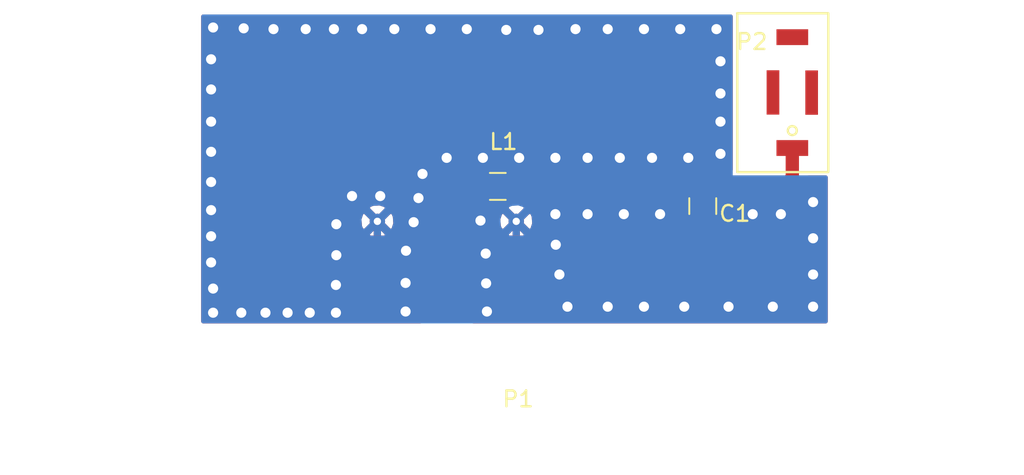
<source format=kicad_pcb>
(kicad_pcb (version 4) (host pcbnew 4.0.5)

  (general
    (links 89)
    (no_connects 0)
    (area 67.498524 99.2384 132.252476 129.595333)
    (thickness 1.6)
    (drawings 4)
    (tracks 8)
    (zones 0)
    (modules 80)
    (nets 5)
  )

  (page A4)
  (layers
    (0 F.Cu signal)
    (31 B.Cu signal)
    (32 B.Adhes user)
    (33 F.Adhes user)
    (34 B.Paste user)
    (35 F.Paste user)
    (36 B.SilkS user)
    (37 F.SilkS user)
    (38 B.Mask user)
    (39 F.Mask user)
    (40 Dwgs.User user)
    (41 Cmts.User user)
    (42 Eco1.User user)
    (43 Eco2.User user)
    (44 Edge.Cuts user)
    (45 Margin user)
    (46 B.CrtYd user)
    (47 F.CrtYd user)
    (48 B.Fab user)
    (49 F.Fab user)
  )

  (setup
    (last_trace_width 0.8382)
    (trace_clearance 0.2)
    (zone_clearance 0.508)
    (zone_45_only no)
    (trace_min 0.1524)
    (segment_width 0.2)
    (edge_width 0.15)
    (via_size 0.6)
    (via_drill 0.4)
    (via_min_size 0.4)
    (via_min_drill 0.3)
    (uvia_size 0.3)
    (uvia_drill 0.1)
    (uvias_allowed no)
    (uvia_min_size 0.2)
    (uvia_min_drill 0.1)
    (pcb_text_width 0.3)
    (pcb_text_size 1.5 1.5)
    (mod_edge_width 0.15)
    (mod_text_size 1 1)
    (mod_text_width 0.15)
    (pad_size 1.5 1.25)
    (pad_drill 0)
    (pad_to_mask_clearance 0.2)
    (aux_axis_origin 80 120)
    (grid_origin 80 120)
    (visible_elements 7FFEFF7F)
    (pcbplotparams
      (layerselection 0x020f0_80000001)
      (usegerberextensions false)
      (excludeedgelayer true)
      (linewidth 0.025400)
      (plotframeref false)
      (viasonmask false)
      (mode 1)
      (useauxorigin true)
      (hpglpennumber 1)
      (hpglpenspeed 20)
      (hpglpendiameter 15)
      (hpglpenoverlay 2)
      (psnegative false)
      (psa4output false)
      (plotreference true)
      (plotvalue true)
      (plotinvisibletext false)
      (padsonsilk false)
      (subtractmaskfromsilk false)
      (outputformat 1)
      (mirror false)
      (drillshape 0)
      (scaleselection 1)
      (outputdirectory "C:/Users/clchrist/Documents/Chip Antenna rev2/Chip Antenna/Gerber/"))
  )

  (net 0 "")
  (net 1 GND)
  (net 2 "Net-(P2-Pad2)")
  (net 3 "Net-(L1-Pad2)")
  (net 4 "Net-(C1-Pad1)")

  (net_class Default "This is the default net class."
    (clearance 0.2)
    (trace_width 0.8382)
    (via_dia 0.6)
    (via_drill 0.4)
    (uvia_dia 0.3)
    (uvia_drill 0.1)
    (add_net GND)
    (add_net "Net-(C1-Pad1)")
    (add_net "Net-(L1-Pad2)")
    (add_net "Net-(P2-Pad2)")
  )

  (module Misc:Via_Stitch_Dia1.00mm_Drill0.64mm (layer F.Cu) (tedit 5903ABD7) (tstamp 590FB1D5)
    (at 97.8816 113.2944)
    (fp_text reference REF** (at 0 0.889) (layer F.SilkS) hide
      (effects (font (size 1 1) (thickness 0.15)))
    )
    (fp_text value Via_Stitch_Dia1.00mm_Drill0.64mm (at 0 -0.889) (layer F.Fab)
      (effects (font (size 1 1) (thickness 0.15)))
    )
    (pad 1 thru_hole circle (at 0 0) (size 1 1) (drill 0.64) (layers *.Cu)
      (net 1 GND) (zone_connect 2))
  )

  (module Misc:Via_Stitch_Dia1.00mm_Drill0.64mm (layer F.Cu) (tedit 5903ABD7) (tstamp 5903B394)
    (at 80.889 103.109)
    (fp_text reference REF** (at 0 0.889) (layer F.SilkS) hide
      (effects (font (size 1 1) (thickness 0.15)))
    )
    (fp_text value Via_Stitch_Dia1.00mm_Drill0.64mm (at 0 -0.889) (layer F.Fab)
      (effects (font (size 1 1) (thickness 0.15)))
    )
    (pad 1 thru_hole circle (at 0 0) (size 1 1) (drill 0.64) (layers *.Cu)
      (net 1 GND) (zone_connect 2))
  )

  (module Misc:Via_Stitch_Dia1.00mm_Drill0.64mm (layer F.Cu) (tedit 5903ABD7) (tstamp 5903B38F)
    (at 80.889 105.014)
    (fp_text reference REF** (at 0 0.889) (layer F.SilkS) hide
      (effects (font (size 1 1) (thickness 0.15)))
    )
    (fp_text value Via_Stitch_Dia1.00mm_Drill0.64mm (at 0 -0.889) (layer F.Fab)
      (effects (font (size 1 1) (thickness 0.15)))
    )
    (pad 1 thru_hole circle (at 0 0) (size 1 1) (drill 0.64) (layers *.Cu)
      (net 1 GND) (zone_connect 2))
  )

  (module Misc:Via_Stitch_Dia1.00mm_Drill0.64mm (layer F.Cu) (tedit 5903ABD7) (tstamp 5903B38A)
    (at 80.889 107.046)
    (fp_text reference REF** (at 0 0.889) (layer F.SilkS) hide
      (effects (font (size 1 1) (thickness 0.15)))
    )
    (fp_text value Via_Stitch_Dia1.00mm_Drill0.64mm (at 0 -0.889) (layer F.Fab)
      (effects (font (size 1 1) (thickness 0.15)))
    )
    (pad 1 thru_hole circle (at 0 0) (size 1 1) (drill 0.64) (layers *.Cu)
      (net 1 GND) (zone_connect 2))
  )

  (module Misc:Via_Stitch_Dia1.00mm_Drill0.64mm (layer F.Cu) (tedit 5903ABD7) (tstamp 5903B385)
    (at 80.889 108.951)
    (fp_text reference REF** (at 0 0.889) (layer F.SilkS) hide
      (effects (font (size 1 1) (thickness 0.15)))
    )
    (fp_text value Via_Stitch_Dia1.00mm_Drill0.64mm (at 0 -0.889) (layer F.Fab)
      (effects (font (size 1 1) (thickness 0.15)))
    )
    (pad 1 thru_hole circle (at 0 0) (size 1 1) (drill 0.64) (layers *.Cu)
      (net 1 GND) (zone_connect 2))
  )

  (module Misc:Via_Stitch_Dia1.00mm_Drill0.64mm (layer F.Cu) (tedit 5903ABD7) (tstamp 5903B380)
    (at 80.889 110.856)
    (fp_text reference REF** (at 0 0.889) (layer F.SilkS) hide
      (effects (font (size 1 1) (thickness 0.15)))
    )
    (fp_text value Via_Stitch_Dia1.00mm_Drill0.64mm (at 0 -0.889) (layer F.Fab)
      (effects (font (size 1 1) (thickness 0.15)))
    )
    (pad 1 thru_hole circle (at 0 0) (size 1 1) (drill 0.64) (layers *.Cu)
      (net 1 GND) (zone_connect 2))
  )

  (module Misc:Via_Stitch_Dia1.00mm_Drill0.64mm (layer F.Cu) (tedit 5903ABD7) (tstamp 5903B37B)
    (at 80.889 112.634)
    (fp_text reference REF** (at 0 0.889) (layer F.SilkS) hide
      (effects (font (size 1 1) (thickness 0.15)))
    )
    (fp_text value Via_Stitch_Dia1.00mm_Drill0.64mm (at 0 -0.889) (layer F.Fab)
      (effects (font (size 1 1) (thickness 0.15)))
    )
    (pad 1 thru_hole circle (at 0 0) (size 1 1) (drill 0.64) (layers *.Cu)
      (net 1 GND) (zone_connect 2))
  )

  (module Misc:Via_Stitch_Dia1.00mm_Drill0.64mm (layer F.Cu) (tedit 5903ABD7) (tstamp 5903B376)
    (at 80.889 114.285)
    (fp_text reference REF** (at 0 0.889) (layer F.SilkS) hide
      (effects (font (size 1 1) (thickness 0.15)))
    )
    (fp_text value Via_Stitch_Dia1.00mm_Drill0.64mm (at 0 -0.889) (layer F.Fab)
      (effects (font (size 1 1) (thickness 0.15)))
    )
    (pad 1 thru_hole circle (at 0 0) (size 1 1) (drill 0.64) (layers *.Cu)
      (net 1 GND) (zone_connect 2))
  )

  (module Misc:Via_Stitch_Dia1.00mm_Drill0.64mm (layer F.Cu) (tedit 5903ABD7) (tstamp 5903B371)
    (at 80.889 115.936)
    (fp_text reference REF** (at 0 0.889) (layer F.SilkS) hide
      (effects (font (size 1 1) (thickness 0.15)))
    )
    (fp_text value Via_Stitch_Dia1.00mm_Drill0.64mm (at 0 -0.889) (layer F.Fab)
      (effects (font (size 1 1) (thickness 0.15)))
    )
    (pad 1 thru_hole circle (at 0 0) (size 1 1) (drill 0.64) (layers *.Cu)
      (net 1 GND) (zone_connect 2))
  )

  (module Misc:Via_Stitch_Dia1.00mm_Drill0.64mm (layer F.Cu) (tedit 5903ABD7) (tstamp 5903B36C)
    (at 81.016 117.587)
    (fp_text reference REF** (at 0 0.889) (layer F.SilkS) hide
      (effects (font (size 1 1) (thickness 0.15)))
    )
    (fp_text value Via_Stitch_Dia1.00mm_Drill0.64mm (at 0 -0.889) (layer F.Fab)
      (effects (font (size 1 1) (thickness 0.15)))
    )
    (pad 1 thru_hole circle (at 0 0) (size 1 1) (drill 0.64) (layers *.Cu)
      (net 1 GND) (zone_connect 2))
  )

  (module Misc:Via_Stitch_Dia1.00mm_Drill0.64mm (layer F.Cu) (tedit 5903ABD7) (tstamp 5903B367)
    (at 81.016 119.111)
    (fp_text reference REF** (at 0 0.889) (layer F.SilkS) hide
      (effects (font (size 1 1) (thickness 0.15)))
    )
    (fp_text value Via_Stitch_Dia1.00mm_Drill0.64mm (at 0 -0.889) (layer F.Fab)
      (effects (font (size 1 1) (thickness 0.15)))
    )
    (pad 1 thru_hole circle (at 0 0) (size 1 1) (drill 0.64) (layers *.Cu)
      (net 1 GND) (zone_connect 2))
  )

  (module Misc:Via_Stitch_Dia1.00mm_Drill0.64mm (layer F.Cu) (tedit 5903ABD7) (tstamp 5903B362)
    (at 82.794 119.111)
    (fp_text reference REF** (at 0 0.889) (layer F.SilkS) hide
      (effects (font (size 1 1) (thickness 0.15)))
    )
    (fp_text value Via_Stitch_Dia1.00mm_Drill0.64mm (at 0 -0.889) (layer F.Fab)
      (effects (font (size 1 1) (thickness 0.15)))
    )
    (pad 1 thru_hole circle (at 0 0) (size 1 1) (drill 0.64) (layers *.Cu)
      (net 1 GND) (zone_connect 2))
  )

  (module Misc:Via_Stitch_Dia1.00mm_Drill0.64mm (layer F.Cu) (tedit 5903ABD7) (tstamp 5903B35D)
    (at 84.318 119.111)
    (fp_text reference REF** (at 0 0.889) (layer F.SilkS) hide
      (effects (font (size 1 1) (thickness 0.15)))
    )
    (fp_text value Via_Stitch_Dia1.00mm_Drill0.64mm (at 0 -0.889) (layer F.Fab)
      (effects (font (size 1 1) (thickness 0.15)))
    )
    (pad 1 thru_hole circle (at 0 0) (size 1 1) (drill 0.64) (layers *.Cu)
      (net 1 GND) (zone_connect 2))
  )

  (module Misc:Via_Stitch_Dia1.00mm_Drill0.64mm (layer F.Cu) (tedit 5903ABD7) (tstamp 5903B358)
    (at 85.715 119.111)
    (fp_text reference REF** (at 0 0.889) (layer F.SilkS) hide
      (effects (font (size 1 1) (thickness 0.15)))
    )
    (fp_text value Via_Stitch_Dia1.00mm_Drill0.64mm (at 0 -0.889) (layer F.Fab)
      (effects (font (size 1 1) (thickness 0.15)))
    )
    (pad 1 thru_hole circle (at 0 0) (size 1 1) (drill 0.64) (layers *.Cu)
      (net 1 GND) (zone_connect 2))
  )

  (module Misc:Via_Stitch_Dia1.00mm_Drill0.64mm (layer F.Cu) (tedit 5903ABD7) (tstamp 5903B349)
    (at 87.112 119.111)
    (fp_text reference REF** (at 0 0.889) (layer F.SilkS) hide
      (effects (font (size 1 1) (thickness 0.15)))
    )
    (fp_text value Via_Stitch_Dia1.00mm_Drill0.64mm (at 0 -0.889) (layer F.Fab)
      (effects (font (size 1 1) (thickness 0.15)))
    )
    (pad 1 thru_hole circle (at 0 0) (size 1 1) (drill 0.64) (layers *.Cu)
      (net 1 GND) (zone_connect 2))
  )

  (module Misc:Via_Stitch_Dia1.00mm_Drill0.64mm (layer F.Cu) (tedit 5903ABD7) (tstamp 5903B344)
    (at 88.763 119.111)
    (fp_text reference REF** (at 0 0.889) (layer F.SilkS) hide
      (effects (font (size 1 1) (thickness 0.15)))
    )
    (fp_text value Via_Stitch_Dia1.00mm_Drill0.64mm (at 0 -0.889) (layer F.Fab)
      (effects (font (size 1 1) (thickness 0.15)))
    )
    (pad 1 thru_hole circle (at 0 0) (size 1 1) (drill 0.64) (layers *.Cu)
      (net 1 GND) (zone_connect 2))
  )

  (module Misc:Via_Stitch_Dia1.00mm_Drill0.64mm (layer F.Cu) (tedit 5903ABD7) (tstamp 5903B33F)
    (at 88.763 117.3584)
    (fp_text reference REF** (at 0 0.889) (layer F.SilkS) hide
      (effects (font (size 1 1) (thickness 0.15)))
    )
    (fp_text value Via_Stitch_Dia1.00mm_Drill0.64mm (at 0 -0.889) (layer F.Fab)
      (effects (font (size 1 1) (thickness 0.15)))
    )
    (pad 1 thru_hole circle (at 0 0) (size 1 1) (drill 0.64) (layers *.Cu)
      (net 1 GND) (zone_connect 2))
  )

  (module Misc:Via_Stitch_Dia1.00mm_Drill0.64mm (layer F.Cu) (tedit 5903ABD7) (tstamp 5903B33A)
    (at 88.7884 115.4788)
    (fp_text reference REF** (at 0 0.889) (layer F.SilkS) hide
      (effects (font (size 1 1) (thickness 0.15)))
    )
    (fp_text value Via_Stitch_Dia1.00mm_Drill0.64mm (at 0 -0.889) (layer F.Fab)
      (effects (font (size 1 1) (thickness 0.15)))
    )
    (pad 1 thru_hole circle (at 0 0) (size 1 1) (drill 0.64) (layers *.Cu)
      (net 1 GND) (zone_connect 2))
  )

  (module Misc:Via_Stitch_Dia1.00mm_Drill0.64mm (layer F.Cu) (tedit 5903ABD7) (tstamp 5903B335)
    (at 88.7884 113.523)
    (fp_text reference REF** (at 0 0.889) (layer F.SilkS) hide
      (effects (font (size 1 1) (thickness 0.15)))
    )
    (fp_text value Via_Stitch_Dia1.00mm_Drill0.64mm (at 0 -0.889) (layer F.Fab)
      (effects (font (size 1 1) (thickness 0.15)))
    )
    (pad 1 thru_hole circle (at 0 0) (size 1 1) (drill 0.64) (layers *.Cu)
      (net 1 GND) (zone_connect 2))
  )

  (module Misc:Via_Stitch_Dia1.00mm_Drill0.64mm (layer F.Cu) (tedit 5903ABD7) (tstamp 5903B32B)
    (at 89.779 111.745)
    (fp_text reference REF** (at 0 0.889) (layer F.SilkS) hide
      (effects (font (size 1 1) (thickness 0.15)))
    )
    (fp_text value Via_Stitch_Dia1.00mm_Drill0.64mm (at 0 -0.889) (layer F.Fab)
      (effects (font (size 1 1) (thickness 0.15)))
    )
    (pad 1 thru_hole circle (at 0 0) (size 1 1) (drill 0.64) (layers *.Cu)
      (net 1 GND) (zone_connect 2))
  )

  (module Misc:Via_Stitch_Dia1.00mm_Drill0.64mm (layer F.Cu) (tedit 5903ABD7) (tstamp 5903B326)
    (at 98.288 119.0348)
    (fp_text reference REF** (at 0 0.889) (layer F.SilkS) hide
      (effects (font (size 1 1) (thickness 0.15)))
    )
    (fp_text value Via_Stitch_Dia1.00mm_Drill0.64mm (at 0 -0.889) (layer F.Fab)
      (effects (font (size 1 1) (thickness 0.15)))
    )
    (pad 1 thru_hole circle (at 0 0) (size 1 1) (drill 0.64) (layers *.Cu)
      (net 1 GND) (zone_connect 2))
  )

  (module Misc:Via_Stitch_Dia1.00mm_Drill0.64mm (layer F.Cu) (tedit 5903ABD7) (tstamp 5903B321)
    (at 98.2372 117.2568)
    (fp_text reference REF** (at 0 0.889) (layer F.SilkS) hide
      (effects (font (size 1 1) (thickness 0.15)))
    )
    (fp_text value Via_Stitch_Dia1.00mm_Drill0.64mm (at 0 -0.889) (layer F.Fab)
      (effects (font (size 1 1) (thickness 0.15)))
    )
    (pad 1 thru_hole circle (at 0 0) (size 1 1) (drill 0.64) (layers *.Cu)
      (net 1 GND) (zone_connect 2))
  )

  (module Misc:Via_Stitch_Dia1.00mm_Drill0.64mm (layer F.Cu) (tedit 5903ABD7) (tstamp 5903B31B)
    (at 91.557 111.745)
    (fp_text reference REF** (at 0 0.889) (layer F.SilkS) hide
      (effects (font (size 1 1) (thickness 0.15)))
    )
    (fp_text value Via_Stitch_Dia1.00mm_Drill0.64mm (at 0 -0.889) (layer F.Fab)
      (effects (font (size 1 1) (thickness 0.15)))
    )
    (pad 1 thru_hole circle (at 0 0) (size 1 1) (drill 0.64) (layers *.Cu)
      (net 1 GND) (zone_connect 2))
  )

  (module Misc:Via_Stitch_Dia1.00mm_Drill0.64mm (layer F.Cu) (tedit 5903ABD7) (tstamp 5903B316)
    (at 98.2118 115.3772)
    (fp_text reference REF** (at 0 0.889) (layer F.SilkS) hide
      (effects (font (size 1 1) (thickness 0.15)))
    )
    (fp_text value Via_Stitch_Dia1.00mm_Drill0.64mm (at 0 -0.889) (layer F.Fab)
      (effects (font (size 1 1) (thickness 0.15)))
    )
    (pad 1 thru_hole circle (at 0 0) (size 1 1) (drill 0.64) (layers *.Cu)
      (net 1 GND) (zone_connect 2))
  )

  (module Misc:Via_Stitch_Dia1.00mm_Drill0.64mm (layer F.Cu) (tedit 5903ABD7) (tstamp 5903B311)
    (at 93.1572 119.0348)
    (fp_text reference REF** (at 0 0.889) (layer F.SilkS) hide
      (effects (font (size 1 1) (thickness 0.15)))
    )
    (fp_text value Via_Stitch_Dia1.00mm_Drill0.64mm (at 0 -0.889) (layer F.Fab)
      (effects (font (size 1 1) (thickness 0.15)))
    )
    (pad 1 thru_hole circle (at 0 0) (size 1 1) (drill 0.64) (layers *.Cu)
      (net 1 GND) (zone_connect 2))
  )

  (module Misc:Via_Stitch_Dia1.00mm_Drill0.64mm (layer F.Cu) (tedit 5903ABD7) (tstamp 5903B30C)
    (at 93.1572 117.2314)
    (fp_text reference REF** (at 0 0.889) (layer F.SilkS) hide
      (effects (font (size 1 1) (thickness 0.15)))
    )
    (fp_text value Via_Stitch_Dia1.00mm_Drill0.64mm (at 0 -0.889) (layer F.Fab)
      (effects (font (size 1 1) (thickness 0.15)))
    )
    (pad 1 thru_hole circle (at 0 0) (size 1 1) (drill 0.64) (layers *.Cu)
      (net 1 GND) (zone_connect 2))
  )

  (module Misc:Via_Stitch_Dia1.00mm_Drill0.64mm (layer F.Cu) (tedit 5903ABD7) (tstamp 5903B302)
    (at 93.1826 115.1994)
    (fp_text reference REF** (at 0 0.889) (layer F.SilkS) hide
      (effects (font (size 1 1) (thickness 0.15)))
    )
    (fp_text value Via_Stitch_Dia1.00mm_Drill0.64mm (at 0 -0.889) (layer F.Fab)
      (effects (font (size 1 1) (thickness 0.15)))
    )
    (pad 1 thru_hole circle (at 0 0) (size 1 1) (drill 0.64) (layers *.Cu)
      (net 1 GND) (zone_connect 2))
  )

  (module Misc:Via_Stitch_Dia1.00mm_Drill0.64mm (layer F.Cu) (tedit 5903ABD7) (tstamp 5903B2FD)
    (at 93.6652 113.396)
    (fp_text reference REF** (at 0 0.889) (layer F.SilkS) hide
      (effects (font (size 1 1) (thickness 0.15)))
    )
    (fp_text value Via_Stitch_Dia1.00mm_Drill0.64mm (at 0 -0.889) (layer F.Fab)
      (effects (font (size 1 1) (thickness 0.15)))
    )
    (pad 1 thru_hole circle (at 0 0) (size 1 1) (drill 0.64) (layers *.Cu)
      (net 1 GND) (zone_connect 2))
  )

  (module Misc:Via_Stitch_Dia1.00mm_Drill0.64mm (layer F.Cu) (tedit 5903ABD7) (tstamp 5903B2F8)
    (at 93.97 111.872)
    (fp_text reference REF** (at 0 0.889) (layer F.SilkS) hide
      (effects (font (size 1 1) (thickness 0.15)))
    )
    (fp_text value Via_Stitch_Dia1.00mm_Drill0.64mm (at 0 -0.889) (layer F.Fab)
      (effects (font (size 1 1) (thickness 0.15)))
    )
    (pad 1 thru_hole circle (at 0 0) (size 1 1) (drill 0.64) (layers *.Cu)
      (net 1 GND) (zone_connect 2))
  )

  (module Misc:Via_Stitch_Dia1.00mm_Drill0.64mm (layer F.Cu) (tedit 5903ABD7) (tstamp 5903B2F3)
    (at 94.224 110.348)
    (fp_text reference REF** (at 0 0.889) (layer F.SilkS) hide
      (effects (font (size 1 1) (thickness 0.15)))
    )
    (fp_text value Via_Stitch_Dia1.00mm_Drill0.64mm (at 0 -0.889) (layer F.Fab)
      (effects (font (size 1 1) (thickness 0.15)))
    )
    (pad 1 thru_hole circle (at 0 0) (size 1 1) (drill 0.64) (layers *.Cu)
      (net 1 GND) (zone_connect 2))
  )

  (module Misc:Via_Stitch_Dia1.00mm_Drill0.64mm (layer F.Cu) (tedit 5903ABD7) (tstamp 5903B2EE)
    (at 95.748 109.332)
    (fp_text reference REF** (at 0 0.889) (layer F.SilkS) hide
      (effects (font (size 1 1) (thickness 0.15)))
    )
    (fp_text value Via_Stitch_Dia1.00mm_Drill0.64mm (at 0 -0.889) (layer F.Fab)
      (effects (font (size 1 1) (thickness 0.15)))
    )
    (pad 1 thru_hole circle (at 0 0) (size 1 1) (drill 0.64) (layers *.Cu)
      (net 1 GND) (zone_connect 2))
  )

  (module Misc:Via_Stitch_Dia1.00mm_Drill0.64mm (layer F.Cu) (tedit 5903ABD7) (tstamp 5903B2E9)
    (at 98.034 109.332)
    (fp_text reference REF** (at 0 0.889) (layer F.SilkS) hide
      (effects (font (size 1 1) (thickness 0.15)))
    )
    (fp_text value Via_Stitch_Dia1.00mm_Drill0.64mm (at 0 -0.889) (layer F.Fab)
      (effects (font (size 1 1) (thickness 0.15)))
    )
    (pad 1 thru_hole circle (at 0 0) (size 1 1) (drill 0.64) (layers *.Cu)
      (net 1 GND) (zone_connect 2))
  )

  (module Misc:Via_Stitch_Dia1.00mm_Drill0.64mm (layer F.Cu) (tedit 5903ABD7) (tstamp 5903B2E4)
    (at 100.32 109.332)
    (fp_text reference REF** (at 0 0.889) (layer F.SilkS) hide
      (effects (font (size 1 1) (thickness 0.15)))
    )
    (fp_text value Via_Stitch_Dia1.00mm_Drill0.64mm (at 0 -0.889) (layer F.Fab)
      (effects (font (size 1 1) (thickness 0.15)))
    )
    (pad 1 thru_hole circle (at 0 0) (size 1 1) (drill 0.64) (layers *.Cu)
      (net 1 GND) (zone_connect 2))
  )

  (module Misc:Via_Stitch_Dia1.00mm_Drill0.64mm (layer F.Cu) (tedit 5903ABD7) (tstamp 5903B2DF)
    (at 102.606 109.332)
    (fp_text reference REF** (at 0 0.889) (layer F.SilkS) hide
      (effects (font (size 1 1) (thickness 0.15)))
    )
    (fp_text value Via_Stitch_Dia1.00mm_Drill0.64mm (at 0 -0.889) (layer F.Fab)
      (effects (font (size 1 1) (thickness 0.15)))
    )
    (pad 1 thru_hole circle (at 0 0) (size 1 1) (drill 0.64) (layers *.Cu)
      (net 1 GND) (zone_connect 2))
  )

  (module Misc:Via_Stitch_Dia1.00mm_Drill0.64mm (layer F.Cu) (tedit 5903ABD7) (tstamp 5903B2DA)
    (at 104.638 109.332)
    (fp_text reference REF** (at 0 0.889) (layer F.SilkS) hide
      (effects (font (size 1 1) (thickness 0.15)))
    )
    (fp_text value Via_Stitch_Dia1.00mm_Drill0.64mm (at 0 -0.889) (layer F.Fab)
      (effects (font (size 1 1) (thickness 0.15)))
    )
    (pad 1 thru_hole circle (at 0 0) (size 1 1) (drill 0.64) (layers *.Cu)
      (net 1 GND) (zone_connect 2))
  )

  (module Misc:Via_Stitch_Dia1.00mm_Drill0.64mm (layer F.Cu) (tedit 5903ABD7) (tstamp 5903B2D5)
    (at 106.67 109.332)
    (fp_text reference REF** (at 0 0.889) (layer F.SilkS) hide
      (effects (font (size 1 1) (thickness 0.15)))
    )
    (fp_text value Via_Stitch_Dia1.00mm_Drill0.64mm (at 0 -0.889) (layer F.Fab)
      (effects (font (size 1 1) (thickness 0.15)))
    )
    (pad 1 thru_hole circle (at 0 0) (size 1 1) (drill 0.64) (layers *.Cu)
      (net 1 GND) (zone_connect 2))
  )

  (module Misc:Via_Stitch_Dia1.00mm_Drill0.64mm (layer F.Cu) (tedit 5903ABD7) (tstamp 5903B2D0)
    (at 108.702 109.332)
    (fp_text reference REF** (at 0 0.889) (layer F.SilkS) hide
      (effects (font (size 1 1) (thickness 0.15)))
    )
    (fp_text value Via_Stitch_Dia1.00mm_Drill0.64mm (at 0 -0.889) (layer F.Fab)
      (effects (font (size 1 1) (thickness 0.15)))
    )
    (pad 1 thru_hole circle (at 0 0) (size 1 1) (drill 0.64) (layers *.Cu)
      (net 1 GND) (zone_connect 2))
  )

  (module Misc:Via_Stitch_Dia1.00mm_Drill0.64mm (layer F.Cu) (tedit 5903ABD7) (tstamp 5903B2CB)
    (at 110.988 109.332)
    (fp_text reference REF** (at 0 0.889) (layer F.SilkS) hide
      (effects (font (size 1 1) (thickness 0.15)))
    )
    (fp_text value Via_Stitch_Dia1.00mm_Drill0.64mm (at 0 -0.889) (layer F.Fab)
      (effects (font (size 1 1) (thickness 0.15)))
    )
    (pad 1 thru_hole circle (at 0 0) (size 1 1) (drill 0.64) (layers *.Cu)
      (net 1 GND) (zone_connect 2))
  )

  (module Misc:Via_Stitch_Dia1.00mm_Drill0.64mm (layer F.Cu) (tedit 5903ABD7) (tstamp 5903B2C6)
    (at 115.052 112.888)
    (fp_text reference REF** (at 0 0.889) (layer F.SilkS) hide
      (effects (font (size 1 1) (thickness 0.15)))
    )
    (fp_text value Via_Stitch_Dia1.00mm_Drill0.64mm (at 0 -0.889) (layer F.Fab)
      (effects (font (size 1 1) (thickness 0.15)))
    )
    (pad 1 thru_hole circle (at 0 0) (size 1 1) (drill 0.64) (layers *.Cu)
      (net 1 GND) (zone_connect 2))
  )

  (module Misc:Via_Stitch_Dia1.00mm_Drill0.64mm (layer F.Cu) (tedit 5903ABD7) (tstamp 5903B2C1)
    (at 116.83 112.888)
    (fp_text reference REF** (at 0 0.889) (layer F.SilkS) hide
      (effects (font (size 1 1) (thickness 0.15)))
    )
    (fp_text value Via_Stitch_Dia1.00mm_Drill0.64mm (at 0 -0.889) (layer F.Fab)
      (effects (font (size 1 1) (thickness 0.15)))
    )
    (pad 1 thru_hole circle (at 0 0) (size 1 1) (drill 0.64) (layers *.Cu)
      (net 1 GND) (zone_connect 2))
  )

  (module Misc:Via_Stitch_Dia1.00mm_Drill0.64mm (layer F.Cu) (tedit 5903ABD7) (tstamp 5903B2BC)
    (at 109.21 112.888)
    (fp_text reference REF** (at 0 0.889) (layer F.SilkS) hide
      (effects (font (size 1 1) (thickness 0.15)))
    )
    (fp_text value Via_Stitch_Dia1.00mm_Drill0.64mm (at 0 -0.889) (layer F.Fab)
      (effects (font (size 1 1) (thickness 0.15)))
    )
    (pad 1 thru_hole circle (at 0 0) (size 1 1) (drill 0.64) (layers *.Cu)
      (net 1 GND) (zone_connect 2))
  )

  (module Misc:Via_Stitch_Dia1.00mm_Drill0.64mm (layer F.Cu) (tedit 5903ABD7) (tstamp 5903B2B7)
    (at 106.924 112.888)
    (fp_text reference REF** (at 0 0.889) (layer F.SilkS) hide
      (effects (font (size 1 1) (thickness 0.15)))
    )
    (fp_text value Via_Stitch_Dia1.00mm_Drill0.64mm (at 0 -0.889) (layer F.Fab)
      (effects (font (size 1 1) (thickness 0.15)))
    )
    (pad 1 thru_hole circle (at 0 0) (size 1 1) (drill 0.64) (layers *.Cu)
      (net 1 GND) (zone_connect 2))
  )

  (module Misc:Via_Stitch_Dia1.00mm_Drill0.64mm (layer F.Cu) (tedit 5903ABD7) (tstamp 5903B2B1)
    (at 104.638 112.888)
    (fp_text reference REF** (at 0 0.889) (layer F.SilkS) hide
      (effects (font (size 1 1) (thickness 0.15)))
    )
    (fp_text value Via_Stitch_Dia1.00mm_Drill0.64mm (at 0 -0.889) (layer F.Fab)
      (effects (font (size 1 1) (thickness 0.15)))
    )
    (pad 1 thru_hole circle (at 0 0) (size 1 1) (drill 0.64) (layers *.Cu)
      (net 1 GND) (zone_connect 2))
  )

  (module Misc:Via_Stitch_Dia1.00mm_Drill0.64mm (layer F.Cu) (tedit 5903ABD7) (tstamp 5903B2AC)
    (at 102.606 112.888)
    (fp_text reference REF** (at 0 0.889) (layer F.SilkS) hide
      (effects (font (size 1 1) (thickness 0.15)))
    )
    (fp_text value Via_Stitch_Dia1.00mm_Drill0.64mm (at 0 -0.889) (layer F.Fab)
      (effects (font (size 1 1) (thickness 0.15)))
    )
    (pad 1 thru_hole circle (at 0 0) (size 1 1) (drill 0.64) (layers *.Cu)
      (net 1 GND) (zone_connect 2))
  )

  (module Misc:Via_Stitch_Dia1.00mm_Drill0.64mm (layer F.Cu) (tedit 5903ABD7) (tstamp 5903B2A7)
    (at 102.6314 114.8184)
    (fp_text reference REF** (at 0 0.889) (layer F.SilkS) hide
      (effects (font (size 1 1) (thickness 0.15)))
    )
    (fp_text value Via_Stitch_Dia1.00mm_Drill0.64mm (at 0 -0.889) (layer F.Fab)
      (effects (font (size 1 1) (thickness 0.15)))
    )
    (pad 1 thru_hole circle (at 0 0) (size 1 1) (drill 0.64) (layers *.Cu)
      (net 1 GND) (zone_connect 2))
  )

  (module Misc:Via_Stitch_Dia1.00mm_Drill0.64mm (layer F.Cu) (tedit 5903ABD7) (tstamp 5903B2A2)
    (at 102.86 116.698)
    (fp_text reference REF** (at 0 0.889) (layer F.SilkS) hide
      (effects (font (size 1 1) (thickness 0.15)))
    )
    (fp_text value Via_Stitch_Dia1.00mm_Drill0.64mm (at 0 -0.889) (layer F.Fab)
      (effects (font (size 1 1) (thickness 0.15)))
    )
    (pad 1 thru_hole circle (at 0 0) (size 1 1) (drill 0.64) (layers *.Cu)
      (net 1 GND) (zone_connect 2))
  )

  (module Misc:Via_Stitch_Dia1.00mm_Drill0.64mm (layer F.Cu) (tedit 5903ABD7) (tstamp 5903B29D)
    (at 103.368 118.73)
    (fp_text reference REF** (at 0 0.889) (layer F.SilkS) hide
      (effects (font (size 1 1) (thickness 0.15)))
    )
    (fp_text value Via_Stitch_Dia1.00mm_Drill0.64mm (at 0 -0.889) (layer F.Fab)
      (effects (font (size 1 1) (thickness 0.15)))
    )
    (pad 1 thru_hole circle (at 0 0) (size 1 1) (drill 0.64) (layers *.Cu)
      (net 1 GND) (zone_connect 2))
  )

  (module Misc:Via_Stitch_Dia1.00mm_Drill0.64mm (layer F.Cu) (tedit 5903ABD7) (tstamp 5903B298)
    (at 105.908 118.73)
    (fp_text reference REF** (at 0 0.889) (layer F.SilkS) hide
      (effects (font (size 1 1) (thickness 0.15)))
    )
    (fp_text value Via_Stitch_Dia1.00mm_Drill0.64mm (at 0 -0.889) (layer F.Fab)
      (effects (font (size 1 1) (thickness 0.15)))
    )
    (pad 1 thru_hole circle (at 0 0) (size 1 1) (drill 0.64) (layers *.Cu)
      (net 1 GND) (zone_connect 2))
  )

  (module Misc:Via_Stitch_Dia1.00mm_Drill0.64mm (layer F.Cu) (tedit 5903ABD7) (tstamp 5903B293)
    (at 108.194 118.73)
    (fp_text reference REF** (at 0 0.889) (layer F.SilkS) hide
      (effects (font (size 1 1) (thickness 0.15)))
    )
    (fp_text value Via_Stitch_Dia1.00mm_Drill0.64mm (at 0 -0.889) (layer F.Fab)
      (effects (font (size 1 1) (thickness 0.15)))
    )
    (pad 1 thru_hole circle (at 0 0) (size 1 1) (drill 0.64) (layers *.Cu)
      (net 1 GND) (zone_connect 2))
  )

  (module Misc:Via_Stitch_Dia1.00mm_Drill0.64mm (layer F.Cu) (tedit 5903ABD7) (tstamp 5903B28E)
    (at 110.734 118.73)
    (fp_text reference REF** (at 0 0.889) (layer F.SilkS) hide
      (effects (font (size 1 1) (thickness 0.15)))
    )
    (fp_text value Via_Stitch_Dia1.00mm_Drill0.64mm (at 0 -0.889) (layer F.Fab)
      (effects (font (size 1 1) (thickness 0.15)))
    )
    (pad 1 thru_hole circle (at 0 0) (size 1 1) (drill 0.64) (layers *.Cu)
      (net 1 GND) (zone_connect 2))
  )

  (module Misc:Via_Stitch_Dia1.00mm_Drill0.64mm (layer F.Cu) (tedit 5903ABD7) (tstamp 5903B289)
    (at 113.528 118.73)
    (fp_text reference REF** (at 0 0.889) (layer F.SilkS) hide
      (effects (font (size 1 1) (thickness 0.15)))
    )
    (fp_text value Via_Stitch_Dia1.00mm_Drill0.64mm (at 0 -0.889) (layer F.Fab)
      (effects (font (size 1 1) (thickness 0.15)))
    )
    (pad 1 thru_hole circle (at 0 0) (size 1 1) (drill 0.64) (layers *.Cu)
      (net 1 GND) (zone_connect 2))
  )

  (module Misc:Via_Stitch_Dia1.00mm_Drill0.64mm (layer F.Cu) (tedit 5903ABD7) (tstamp 5903B284)
    (at 116.322 118.73)
    (fp_text reference REF** (at 0 0.889) (layer F.SilkS) hide
      (effects (font (size 1 1) (thickness 0.15)))
    )
    (fp_text value Via_Stitch_Dia1.00mm_Drill0.64mm (at 0 -0.889) (layer F.Fab)
      (effects (font (size 1 1) (thickness 0.15)))
    )
    (pad 1 thru_hole circle (at 0 0) (size 1 1) (drill 0.64) (layers *.Cu)
      (net 1 GND) (zone_connect 2))
  )

  (module Misc:Via_Stitch_Dia1.00mm_Drill0.64mm (layer F.Cu) (tedit 5903ABD7) (tstamp 5903B27F)
    (at 118.862 118.73)
    (fp_text reference REF** (at 0 0.889) (layer F.SilkS) hide
      (effects (font (size 1 1) (thickness 0.15)))
    )
    (fp_text value Via_Stitch_Dia1.00mm_Drill0.64mm (at 0 -0.889) (layer F.Fab)
      (effects (font (size 1 1) (thickness 0.15)))
    )
    (pad 1 thru_hole circle (at 0 0) (size 1 1) (drill 0.64) (layers *.Cu)
      (net 1 GND) (zone_connect 2))
  )

  (module Misc:Via_Stitch_Dia1.00mm_Drill0.64mm (layer F.Cu) (tedit 5903ABD7) (tstamp 5903B27A)
    (at 118.862 116.698)
    (fp_text reference REF** (at 0 0.889) (layer F.SilkS) hide
      (effects (font (size 1 1) (thickness 0.15)))
    )
    (fp_text value Via_Stitch_Dia1.00mm_Drill0.64mm (at 0 -0.889) (layer F.Fab)
      (effects (font (size 1 1) (thickness 0.15)))
    )
    (pad 1 thru_hole circle (at 0 0) (size 1 1) (drill 0.64) (layers *.Cu)
      (net 1 GND) (zone_connect 2))
  )

  (module Misc:Via_Stitch_Dia1.00mm_Drill0.64mm (layer F.Cu) (tedit 5903ABD7) (tstamp 5903B271)
    (at 118.862 114.412)
    (fp_text reference REF** (at 0 0.889) (layer F.SilkS) hide
      (effects (font (size 1 1) (thickness 0.15)))
    )
    (fp_text value Via_Stitch_Dia1.00mm_Drill0.64mm (at 0 -0.889) (layer F.Fab)
      (effects (font (size 1 1) (thickness 0.15)))
    )
    (pad 1 thru_hole circle (at 0 0) (size 1 1) (drill 0.64) (layers *.Cu)
      (net 1 GND) (zone_connect 2))
  )

  (module Misc:Via_Stitch_Dia1.00mm_Drill0.64mm (layer F.Cu) (tedit 5903ABD7) (tstamp 5903B268)
    (at 118.862 112.126)
    (fp_text reference REF** (at 0 0.889) (layer F.SilkS) hide
      (effects (font (size 1 1) (thickness 0.15)))
    )
    (fp_text value Via_Stitch_Dia1.00mm_Drill0.64mm (at 0 -0.889) (layer F.Fab)
      (effects (font (size 1 1) (thickness 0.15)))
    )
    (pad 1 thru_hole circle (at 0 0) (size 1 1) (drill 0.64) (layers *.Cu)
      (net 1 GND) (zone_connect 2))
  )

  (module Misc:Via_Stitch_Dia1.00mm_Drill0.64mm (layer F.Cu) (tedit 5903ABD7) (tstamp 5903B255)
    (at 113.02 109.078)
    (fp_text reference REF** (at 0 0.889) (layer F.SilkS) hide
      (effects (font (size 1 1) (thickness 0.15)))
    )
    (fp_text value Via_Stitch_Dia1.00mm_Drill0.64mm (at 0 -0.889) (layer F.Fab)
      (effects (font (size 1 1) (thickness 0.15)))
    )
    (pad 1 thru_hole circle (at 0 0) (size 1 1) (drill 0.64) (layers *.Cu)
      (net 1 GND) (zone_connect 2))
  )

  (module Misc:Via_Stitch_Dia1.00mm_Drill0.64mm (layer F.Cu) (tedit 5903ABD7) (tstamp 5903B250)
    (at 113.02 107.046)
    (fp_text reference REF** (at 0 0.889) (layer F.SilkS) hide
      (effects (font (size 1 1) (thickness 0.15)))
    )
    (fp_text value Via_Stitch_Dia1.00mm_Drill0.64mm (at 0 -0.889) (layer F.Fab)
      (effects (font (size 1 1) (thickness 0.15)))
    )
    (pad 1 thru_hole circle (at 0 0) (size 1 1) (drill 0.64) (layers *.Cu)
      (net 1 GND) (zone_connect 2))
  )

  (module Misc:Via_Stitch_Dia1.00mm_Drill0.64mm (layer F.Cu) (tedit 5903ABD7) (tstamp 5903B24B)
    (at 113.02 105.268)
    (fp_text reference REF** (at 0 0.889) (layer F.SilkS) hide
      (effects (font (size 1 1) (thickness 0.15)))
    )
    (fp_text value Via_Stitch_Dia1.00mm_Drill0.64mm (at 0 -0.889) (layer F.Fab)
      (effects (font (size 1 1) (thickness 0.15)))
    )
    (pad 1 thru_hole circle (at 0 0) (size 1 1) (drill 0.64) (layers *.Cu)
      (net 1 GND) (zone_connect 2))
  )

  (module Misc:Via_Stitch_Dia1.00mm_Drill0.64mm (layer F.Cu) (tedit 5903ABD7) (tstamp 5903B246)
    (at 113.02 103.236)
    (fp_text reference REF** (at 0 0.889) (layer F.SilkS) hide
      (effects (font (size 1 1) (thickness 0.15)))
    )
    (fp_text value Via_Stitch_Dia1.00mm_Drill0.64mm (at 0 -0.889) (layer F.Fab)
      (effects (font (size 1 1) (thickness 0.15)))
    )
    (pad 1 thru_hole circle (at 0 0) (size 1 1) (drill 0.64) (layers *.Cu)
      (net 1 GND) (zone_connect 2))
  )

  (module Misc:Via_Stitch_Dia1.00mm_Drill0.64mm (layer F.Cu) (tedit 5903ABD7) (tstamp 5903B223)
    (at 112.766 101.204)
    (fp_text reference REF** (at 0 0.889) (layer F.SilkS) hide
      (effects (font (size 1 1) (thickness 0.15)))
    )
    (fp_text value Via_Stitch_Dia1.00mm_Drill0.64mm (at 0 -0.889) (layer F.Fab)
      (effects (font (size 1 1) (thickness 0.15)))
    )
    (pad 1 thru_hole circle (at 0 0) (size 1 1) (drill 0.64) (layers *.Cu)
      (net 1 GND) (zone_connect 2))
  )

  (module Misc:Via_Stitch_Dia1.00mm_Drill0.64mm (layer F.Cu) (tedit 5903ABD7) (tstamp 5903B21E)
    (at 110.48 101.204)
    (fp_text reference REF** (at 0 0.889) (layer F.SilkS) hide
      (effects (font (size 1 1) (thickness 0.15)))
    )
    (fp_text value Via_Stitch_Dia1.00mm_Drill0.64mm (at 0 -0.889) (layer F.Fab)
      (effects (font (size 1 1) (thickness 0.15)))
    )
    (pad 1 thru_hole circle (at 0 0) (size 1 1) (drill 0.64) (layers *.Cu)
      (net 1 GND) (zone_connect 2))
  )

  (module Misc:Via_Stitch_Dia1.00mm_Drill0.64mm (layer F.Cu) (tedit 5903ABD7) (tstamp 5903B219)
    (at 108.194 101.204)
    (fp_text reference REF** (at 0 0.889) (layer F.SilkS) hide
      (effects (font (size 1 1) (thickness 0.15)))
    )
    (fp_text value Via_Stitch_Dia1.00mm_Drill0.64mm (at 0 -0.889) (layer F.Fab)
      (effects (font (size 1 1) (thickness 0.15)))
    )
    (pad 1 thru_hole circle (at 0 0) (size 1 1) (drill 0.64) (layers *.Cu)
      (net 1 GND) (zone_connect 2))
  )

  (module Misc:Via_Stitch_Dia1.00mm_Drill0.64mm (layer F.Cu) (tedit 5903ABD7) (tstamp 5903B214)
    (at 105.908 101.204)
    (fp_text reference REF** (at 0 0.889) (layer F.SilkS) hide
      (effects (font (size 1 1) (thickness 0.15)))
    )
    (fp_text value Via_Stitch_Dia1.00mm_Drill0.64mm (at 0 -0.889) (layer F.Fab)
      (effects (font (size 1 1) (thickness 0.15)))
    )
    (pad 1 thru_hole circle (at 0 0) (size 1 1) (drill 0.64) (layers *.Cu)
      (net 1 GND) (zone_connect 2))
  )

  (module Misc:Via_Stitch_Dia1.00mm_Drill0.64mm (layer F.Cu) (tedit 5903ABD7) (tstamp 5903B20F)
    (at 103.876 101.204)
    (fp_text reference REF** (at 0 0.889) (layer F.SilkS) hide
      (effects (font (size 1 1) (thickness 0.15)))
    )
    (fp_text value Via_Stitch_Dia1.00mm_Drill0.64mm (at 0 -0.889) (layer F.Fab)
      (effects (font (size 1 1) (thickness 0.15)))
    )
    (pad 1 thru_hole circle (at 0 0) (size 1 1) (drill 0.64) (layers *.Cu)
      (net 1 GND) (zone_connect 2))
  )

  (module Misc:Via_Stitch_Dia1.00mm_Drill0.64mm (layer F.Cu) (tedit 5903ABD7) (tstamp 5903B20A)
    (at 101.5392 101.2548)
    (fp_text reference REF** (at 0 0.889) (layer F.SilkS) hide
      (effects (font (size 1 1) (thickness 0.15)))
    )
    (fp_text value Via_Stitch_Dia1.00mm_Drill0.64mm (at 0 -0.889) (layer F.Fab)
      (effects (font (size 1 1) (thickness 0.15)))
    )
    (pad 1 thru_hole circle (at 0 0) (size 1 1) (drill 0.64) (layers *.Cu)
      (net 1 GND) (zone_connect 2))
  )

  (module Misc:Via_Stitch_Dia1.00mm_Drill0.64mm (layer F.Cu) (tedit 5903ABD7) (tstamp 5903B19F)
    (at 99.5072 101.2548)
    (fp_text reference REF** (at 0 0.889) (layer F.SilkS) hide
      (effects (font (size 1 1) (thickness 0.15)))
    )
    (fp_text value Via_Stitch_Dia1.00mm_Drill0.64mm (at 0 -0.889) (layer F.Fab)
      (effects (font (size 1 1) (thickness 0.15)))
    )
    (pad 1 thru_hole circle (at 0 0) (size 1 1) (drill 0.64) (layers *.Cu)
      (net 1 GND) (zone_connect 2))
  )

  (module Misc:Via_Stitch_Dia1.00mm_Drill0.64mm (layer F.Cu) (tedit 5903ABD7) (tstamp 5903B19A)
    (at 97.018 101.204)
    (fp_text reference REF** (at 0 0.889) (layer F.SilkS) hide
      (effects (font (size 1 1) (thickness 0.15)))
    )
    (fp_text value Via_Stitch_Dia1.00mm_Drill0.64mm (at 0 -0.889) (layer F.Fab)
      (effects (font (size 1 1) (thickness 0.15)))
    )
    (pad 1 thru_hole circle (at 0 0) (size 1 1) (drill 0.64) (layers *.Cu)
      (net 1 GND) (zone_connect 2))
  )

  (module Misc:Via_Stitch_Dia1.00mm_Drill0.64mm (layer F.Cu) (tedit 5903ABD7) (tstamp 5903B195)
    (at 94.732 101.204)
    (fp_text reference REF** (at 0 0.889) (layer F.SilkS) hide
      (effects (font (size 1 1) (thickness 0.15)))
    )
    (fp_text value Via_Stitch_Dia1.00mm_Drill0.64mm (at 0 -0.889) (layer F.Fab)
      (effects (font (size 1 1) (thickness 0.15)))
    )
    (pad 1 thru_hole circle (at 0 0) (size 1 1) (drill 0.64) (layers *.Cu)
      (net 1 GND) (zone_connect 2))
  )

  (module Misc:Via_Stitch_Dia1.00mm_Drill0.64mm (layer F.Cu) (tedit 5903ABD7) (tstamp 5903B18F)
    (at 92.446 101.204)
    (fp_text reference REF** (at 0 0.889) (layer F.SilkS) hide
      (effects (font (size 1 1) (thickness 0.15)))
    )
    (fp_text value Via_Stitch_Dia1.00mm_Drill0.64mm (at 0 -0.889) (layer F.Fab)
      (effects (font (size 1 1) (thickness 0.15)))
    )
    (pad 1 thru_hole circle (at 0 0) (size 1 1) (drill 0.64) (layers *.Cu)
      (net 1 GND) (zone_connect 2))
  )

  (module Misc:Via_Stitch_Dia1.00mm_Drill0.64mm (layer F.Cu) (tedit 5903ABD7) (tstamp 5903B188)
    (at 90.414 101.204)
    (fp_text reference REF** (at 0 0.889) (layer F.SilkS) hide
      (effects (font (size 1 1) (thickness 0.15)))
    )
    (fp_text value Via_Stitch_Dia1.00mm_Drill0.64mm (at 0 -0.889) (layer F.Fab)
      (effects (font (size 1 1) (thickness 0.15)))
    )
    (pad 1 thru_hole circle (at 0 0) (size 1 1) (drill 0.64) (layers *.Cu)
      (net 1 GND) (zone_connect 2))
  )

  (module Misc:Via_Stitch_Dia1.00mm_Drill0.64mm (layer F.Cu) (tedit 5903ABD7) (tstamp 5903B183)
    (at 88.636 101.204)
    (fp_text reference REF** (at 0 0.889) (layer F.SilkS) hide
      (effects (font (size 1 1) (thickness 0.15)))
    )
    (fp_text value Via_Stitch_Dia1.00mm_Drill0.64mm (at 0 -0.889) (layer F.Fab)
      (effects (font (size 1 1) (thickness 0.15)))
    )
    (pad 1 thru_hole circle (at 0 0) (size 1 1) (drill 0.64) (layers *.Cu)
      (net 1 GND) (zone_connect 2))
  )

  (module Misc:Via_Stitch_Dia1.00mm_Drill0.64mm (layer F.Cu) (tedit 5903ABD7) (tstamp 5903B17C)
    (at 86.858 101.204)
    (fp_text reference REF** (at 0 0.889) (layer F.SilkS) hide
      (effects (font (size 1 1) (thickness 0.15)))
    )
    (fp_text value Via_Stitch_Dia1.00mm_Drill0.64mm (at 0 -0.889) (layer F.Fab)
      (effects (font (size 1 1) (thickness 0.15)))
    )
    (pad 1 thru_hole circle (at 0 0) (size 1 1) (drill 0.64) (layers *.Cu)
      (net 1 GND) (zone_connect 2))
  )

  (module Misc:Via_Stitch_Dia1.00mm_Drill0.64mm (layer F.Cu) (tedit 5903ABD7) (tstamp 5903B10A)
    (at 84.826 101.204)
    (fp_text reference REF** (at 0 0.889) (layer F.SilkS) hide
      (effects (font (size 1 1) (thickness 0.15)))
    )
    (fp_text value Via_Stitch_Dia1.00mm_Drill0.64mm (at 0 -0.889) (layer F.Fab)
      (effects (font (size 1 1) (thickness 0.15)))
    )
    (pad 1 thru_hole circle (at 0 0) (size 1 1) (drill 0.64) (layers *.Cu)
      (net 1 GND) (zone_connect 2))
  )

  (module Misc:Via_Stitch_Dia1.00mm_Drill0.64mm (layer F.Cu) (tedit 5903ABD7) (tstamp 5903B0F6)
    (at 82.9464 101.1532)
    (fp_text reference REF** (at 0 0.889) (layer F.SilkS) hide
      (effects (font (size 1 1) (thickness 0.15)))
    )
    (fp_text value Via_Stitch_Dia1.00mm_Drill0.64mm (at 0 -0.889) (layer F.Fab)
      (effects (font (size 1 1) (thickness 0.15)))
    )
    (pad 1 thru_hole circle (at 0 0) (size 1 1) (drill 0.64) (layers *.Cu)
      (net 1 GND) (zone_connect 2))
  )

  (module Connectors_Molex:Molex_SMA_Jack_Edge_Mount (layer F.Cu) (tedit 590F79C8) (tstamp 58AF69B6)
    (at 95.758 115.062 90)
    (descr "Molex SMA Jack, Edge Mount, http://www.molex.com/pdm_docs/sd/732511150_sd.pdf")
    (tags "sma edge")
    (path /58ACD906)
    (attr smd)
    (fp_text reference P1 (at -9.5 4.5 180) (layer F.SilkS)
      (effects (font (size 1 1) (thickness 0.15)))
    )
    (fp_text value CONN_01X02 (at -9.5 -5.5 90) (layer F.Fab) hide
      (effects (font (size 1 1) (thickness 0.15)))
    )
    (fp_line (start -4.76 -0.38) (end 0.49 -0.38) (layer F.Fab) (width 0.1))
    (fp_line (start -4.76 0.38) (end 0.49 0.38) (layer F.Fab) (width 0.1))
    (fp_line (start 0.49 -0.38) (end 0.49 0.38) (layer F.Fab) (width 0.1))
    (fp_line (start 0.49 3.75) (end 0.49 4.76) (layer F.Fab) (width 0.1))
    (fp_line (start 0.49 -4.76) (end 0.49 -3.75) (layer F.Fab) (width 0.1))
    (fp_line (start -14.29 -6.09) (end -14.29 6.09) (layer F.CrtYd) (width 0.05))
    (fp_line (start -14.29 6.09) (end 2.71 6.09) (layer F.CrtYd) (width 0.05))
    (fp_line (start 2.71 -6.09) (end 2.71 6.09) (layer B.CrtYd) (width 0.05))
    (fp_line (start -14.29 -6.09) (end 2.71 -6.09) (layer B.CrtYd) (width 0.05))
    (fp_line (start -14.29 -6.09) (end -14.29 6.09) (layer B.CrtYd) (width 0.05))
    (fp_line (start -14.29 6.09) (end 2.71 6.09) (layer B.CrtYd) (width 0.05))
    (fp_line (start 2.71 -6.09) (end 2.71 6.09) (layer F.CrtYd) (width 0.05))
    (fp_line (start 2.71 -6.09) (end -14.29 -6.09) (layer F.CrtYd) (width 0.05))
    (fp_line (start -4.76 -3.75) (end 0.49 -3.75) (layer F.Fab) (width 0.1))
    (fp_line (start -4.76 3.75) (end 0.49 3.75) (layer F.Fab) (width 0.1))
    (fp_line (start -13.79 -2.65) (end -5.91 -2.65) (layer F.Fab) (width 0.1))
    (fp_line (start -13.79 -2.65) (end -13.79 2.65) (layer F.Fab) (width 0.1))
    (fp_line (start -13.79 2.65) (end -5.91 2.65) (layer F.Fab) (width 0.1))
    (fp_line (start -4.76 -3.75) (end -4.76 3.75) (layer F.Fab) (width 0.1))
    (fp_line (start 0.49 -4.76) (end -5.91 -4.76) (layer F.Fab) (width 0.1))
    (fp_line (start -5.91 -4.76) (end -5.91 4.76) (layer F.Fab) (width 0.1))
    (fp_line (start -5.91 4.76) (end 0.49 4.76) (layer F.Fab) (width 0.1))
    (pad 1 smd rect (at -1.72 0 90) (size 5.08 2.29) (layers F.Cu F.Paste F.Mask)
      (net 3 "Net-(L1-Pad2)"))
    (pad 2 smd rect (at -1.72 -4.38 90) (size 5.08 2.42) (layers F.Cu F.Paste F.Mask)
      (net 1 GND))
    (pad 2 smd rect (at -1.72 4.38 90) (size 5.08 2.42) (layers F.Cu F.Paste F.Mask)
      (net 1 GND))
    (pad 2 smd rect (at -1.72 -4.38 90) (size 5.08 2.42) (layers B.Cu B.Paste B.Mask)
      (net 1 GND))
    (pad 2 smd rect (at -1.72 4.38 90) (size 5.08 2.42) (layers B.Cu B.Paste B.Mask)
      (net 1 GND))
    (pad 2 thru_hole circle (at 1.72 -4.38 90) (size 0.97 0.97) (drill 0.46) (layers *.Cu)
      (net 1 GND))
    (pad 2 thru_hole circle (at 1.72 4.38 90) (size 0.97 0.97) (drill 0.46) (layers *.Cu)
      (net 1 GND))
    (pad 2 smd rect (at 1.27 -4.38 90) (size 0.9 0.46) (layers F.Cu)
      (net 1 GND))
    (pad 2 smd rect (at 1.27 4.38 90) (size 0.89 0.46) (layers F.Cu)
      (net 1 GND))
    (pad 2 smd rect (at 1.27 -4.38 90) (size 0.9 0.46) (layers B.Cu)
      (net 1 GND))
    (pad 2 smd rect (at 1.27 4.38 90) (size 0.89 0.46) (layers B.Cu)
      (net 1 GND))
  )

  (module MyFootprints:ChipAntenna (layer F.Cu) (tedit 58AF931C) (tstamp 58AF69C4)
    (at 117.5512 108.712 270)
    (path /58AF0B4C)
    (fp_text reference P2 (at -6.712 2.5512 360) (layer F.SilkS)
      (effects (font (size 1 1) (thickness 0.15)))
    )
    (fp_text value CONN_01X02 (at -3.5 -3.4 270) (layer F.Fab) hide
      (effects (font (size 1 1) (thickness 0.15)))
    )
    (fp_circle (center -1.1 0) (end -0.9 0.2) (layer F.SilkS) (width 0.15))
    (fp_line (start 1.52 -2.25) (end 1.52 3.47) (layer F.SilkS) (width 0.15))
    (fp_line (start -8.51 -2.26) (end -8.51 3.47) (layer F.SilkS) (width 0.15))
    (fp_line (start -8.51 3.47) (end -8.49 3.46) (layer F.SilkS) (width 0.15))
    (fp_line (start -8.5 3.47) (end 1.5 3.47) (layer F.SilkS) (width 0.15))
    (fp_line (start -8.5 -2.27) (end 1.5 -2.27) (layer F.SilkS) (width 0.15))
    (pad 2 smd rect (at -3.51 1.22 270) (size 2.8 0.8) (layers F.Cu F.Paste F.Mask)
      (net 2 "Net-(P2-Pad2)"))
    (pad 3 smd rect (at -7 0 270) (size 1 2) (layers F.Cu F.Paste F.Mask))
    (pad 1 smd rect (at 0 0 270) (size 1 2) (layers F.Cu F.Paste F.Mask)
      (net 4 "Net-(C1-Pad1)"))
    (pad 4 smd rect (at -3.5 -1.22 270) (size 2.8 0.8) (layers F.Cu F.Paste F.Mask))
  )

  (module Capacitors_SMD:C_0805_HandSoldering (layer F.Cu) (tedit 590F79DC) (tstamp 5903ADD6)
    (at 111.9024 112.38 270)
    (descr "Capacitor SMD 0805, hand soldering")
    (tags "capacitor 0805")
    (path /5901213F)
    (attr smd)
    (fp_text reference C1 (at 0.4699 -2.0193 360) (layer F.SilkS)
      (effects (font (size 1 1) (thickness 0.15)))
    )
    (fp_text value "1 pF" (at 0 1.75 270) (layer F.Fab)
      (effects (font (size 1 1) (thickness 0.15)))
    )
    (fp_text user %R (at 0.3937 -2.0193 360) (layer F.Fab)
      (effects (font (size 1 1) (thickness 0.15)))
    )
    (fp_line (start -1 0.62) (end -1 -0.62) (layer F.Fab) (width 0.1))
    (fp_line (start 1 0.62) (end -1 0.62) (layer F.Fab) (width 0.1))
    (fp_line (start 1 -0.62) (end 1 0.62) (layer F.Fab) (width 0.1))
    (fp_line (start -1 -0.62) (end 1 -0.62) (layer F.Fab) (width 0.1))
    (fp_line (start 0.5 -0.85) (end -0.5 -0.85) (layer F.SilkS) (width 0.12))
    (fp_line (start -0.5 0.85) (end 0.5 0.85) (layer F.SilkS) (width 0.12))
    (fp_line (start -2.25 -0.88) (end 2.25 -0.88) (layer F.CrtYd) (width 0.05))
    (fp_line (start -2.25 -0.88) (end -2.25 0.87) (layer F.CrtYd) (width 0.05))
    (fp_line (start 2.25 0.87) (end 2.25 -0.88) (layer F.CrtYd) (width 0.05))
    (fp_line (start 2.25 0.87) (end -2.25 0.87) (layer F.CrtYd) (width 0.05))
    (pad 1 smd rect (at -1.25 0 270) (size 1.5 1.25) (layers F.Cu F.Paste F.Mask)
      (net 4 "Net-(C1-Pad1)"))
    (pad 2 smd rect (at 1.25 0 270) (size 1.5 1.25) (layers F.Cu F.Paste F.Mask)
      (net 1 GND))
    (model Capacitors_SMD.3dshapes/C_0805.wrl
      (at (xyz 0 0 0))
      (scale (xyz 1 1 1))
      (rotate (xyz 0 0 0))
    )
  )

  (module Capacitors_SMD:C_0805_HandSoldering (layer F.Cu) (tedit 590F78EA) (tstamp 5903ADE7)
    (at 98.9738 111.1354 180)
    (descr "Capacitor SMD 0805, hand soldering")
    (tags "capacitor 0805")
    (path /590121C6)
    (attr smd)
    (fp_text reference L1 (at -0.3556 2.8194 180) (layer F.SilkS)
      (effects (font (size 1 1) (thickness 0.15)))
    )
    (fp_text value "4.7 nH" (at 0 1.75 180) (layer F.Fab)
      (effects (font (size 1 1) (thickness 0.15)))
    )
    (fp_text user %R (at -0.3302 2.8194 180) (layer F.Fab)
      (effects (font (size 1 1) (thickness 0.15)))
    )
    (fp_line (start -1 0.62) (end -1 -0.62) (layer F.Fab) (width 0.1))
    (fp_line (start 1 0.62) (end -1 0.62) (layer F.Fab) (width 0.1))
    (fp_line (start 1 -0.62) (end 1 0.62) (layer F.Fab) (width 0.1))
    (fp_line (start -1 -0.62) (end 1 -0.62) (layer F.Fab) (width 0.1))
    (fp_line (start 0.5 -0.85) (end -0.5 -0.85) (layer F.SilkS) (width 0.12))
    (fp_line (start -0.5 0.85) (end 0.5 0.85) (layer F.SilkS) (width 0.12))
    (fp_line (start -2.25 -0.88) (end 2.25 -0.88) (layer F.CrtYd) (width 0.05))
    (fp_line (start -2.25 -0.88) (end -2.25 0.87) (layer F.CrtYd) (width 0.05))
    (fp_line (start 2.25 0.87) (end 2.25 -0.88) (layer F.CrtYd) (width 0.05))
    (fp_line (start 2.25 0.87) (end -2.25 0.87) (layer F.CrtYd) (width 0.05))
    (pad 1 smd rect (at -1.25 0 180) (size 1.5 1.25) (layers F.Cu F.Paste F.Mask)
      (net 4 "Net-(C1-Pad1)"))
    (pad 2 smd rect (at 1.25 0 180) (size 1.5 1.25) (layers F.Cu F.Paste F.Mask)
      (net 3 "Net-(L1-Pad2)"))
    (model Capacitors_SMD.3dshapes/C_0805.wrl
      (at (xyz 0 0 0))
      (scale (xyz 1 1 1))
      (rotate (xyz 0 0 0))
    )
  )

  (module Misc:Via_Stitch_Dia1.00mm_Drill0.64mm (layer F.Cu) (tedit 5903ABD7) (tstamp 5903B0D6)
    (at 81.016 101.1024)
    (fp_text reference REF** (at 0 0.889) (layer F.SilkS) hide
      (effects (font (size 1 1) (thickness 0.15)))
    )
    (fp_text value Via_Stitch_Dia1.00mm_Drill0.64mm (at 0 -0.889) (layer F.Fab)
      (effects (font (size 1 1) (thickness 0.15)))
    )
    (pad 1 thru_hole circle (at 0 0) (size 1 1) (drill 0.64) (layers *.Cu)
      (net 1 GND) (zone_connect 2))
  )

  (gr_line (start 120 100) (end 80 100) (angle 90) (layer Margin) (width 0.2))
  (gr_line (start 120 120) (end 120 100) (angle 90) (layer Margin) (width 0.2))
  (gr_line (start 80 120) (end 120 120) (angle 90) (layer Margin) (width 0.2))
  (gr_line (start 80 100) (end 80 120) (angle 90) (layer Margin) (width 0.2))

  (segment (start 97.7238 111.1354) (end 96.3195 111.1354) (width 0.8382) (layer F.Cu) (net 3))
  (segment (start 95.758 111.6969) (end 95.758 116.782) (width 0.8382) (layer F.Cu) (net 3) (tstamp 590F78A3))
  (segment (start 96.3195 111.1354) (end 95.758 111.6969) (width 0.8382) (layer F.Cu) (net 3) (tstamp 590F7898))
  (segment (start 111.9024 111.13) (end 100.2292 111.13) (width 0.8382) (layer F.Cu) (net 4))
  (segment (start 100.2292 111.13) (end 100.2238 111.1354) (width 0.8382) (layer F.Cu) (net 4) (tstamp 590F7893))
  (segment (start 117.5512 108.712) (end 117.5512 110.5793) (width 0.8382) (layer F.Cu) (net 4))
  (segment (start 117.0005 111.13) (end 111.9024 111.13) (width 0.8382) (layer F.Cu) (net 4) (tstamp 590F788A))
  (segment (start 117.5512 110.5793) (end 117.0005 111.13) (width 0.8382) (layer F.Cu) (net 4) (tstamp 590F787E))

  (zone (net 1) (net_name GND) (layer F.Cu) (tstamp 58AFD327) (hatch edge 0.508)
    (connect_pads thru_hole_only (clearance 0.508))
    (min_thickness 0.254)
    (fill yes (arc_segments 16) (thermal_gap 0.508) (thermal_bridge_width 0.508))
    (polygon
      (pts
        (xy 113.792 110.4392) (xy 119.7864 110.4392) (xy 119.7864 119.7864) (xy 80.264 119.7864) (xy 80.264 100.2792)
        (xy 113.792 100.2792)
      )
    )
    (filled_polygon
      (pts
        (xy 113.665 110.0759) (xy 113.086301 110.0759) (xy 112.99149 109.928559) (xy 112.77929 109.783569) (xy 112.5274 109.73256)
        (xy 111.2774 109.73256) (xy 111.042083 109.776838) (xy 110.825959 109.91591) (xy 110.716643 110.0759) (xy 101.448791 110.0759)
        (xy 101.43789 110.058959) (xy 101.22569 109.913969) (xy 100.9738 109.86296) (xy 99.4738 109.86296) (xy 99.238483 109.907238)
        (xy 99.022359 110.04631) (xy 98.974666 110.116111) (xy 98.93789 110.058959) (xy 98.72569 109.913969) (xy 98.4738 109.86296)
        (xy 96.9738 109.86296) (xy 96.738483 109.907238) (xy 96.522359 110.04631) (xy 96.498451 110.0813) (xy 96.3195 110.0813)
        (xy 95.916113 110.161539) (xy 95.770986 110.25851) (xy 95.574139 110.390039) (xy 95.012639 110.951539) (xy 94.784139 111.293513)
        (xy 94.7039 111.6969) (xy 94.7039 113.59456) (xy 94.613 113.59456) (xy 94.377683 113.638838) (xy 94.161559 113.77791)
        (xy 94.016569 113.99011) (xy 93.96556 114.242) (xy 93.96556 119.322) (xy 94.009838 119.557317) (xy 94.075527 119.6594)
        (xy 80.391 119.6594) (xy 80.391 114.1212) (xy 90.778405 114.1212) (xy 90.813692 114.334768) (xy 91.236564 114.475149)
        (xy 91.680968 114.443018) (xy 91.942308 114.334768) (xy 91.977595 114.1212) (xy 91.378 113.521605) (xy 90.778405 114.1212)
        (xy 80.391 114.1212) (xy 80.391 113.200564) (xy 90.244851 113.200564) (xy 90.276982 113.644968) (xy 90.385232 113.906308)
        (xy 90.5988 113.941595) (xy 91.198395 113.342) (xy 91.557605 113.342) (xy 92.1572 113.941595) (xy 92.370768 113.906308)
        (xy 92.511149 113.483436) (xy 92.479018 113.039032) (xy 92.370768 112.777692) (xy 92.1572 112.742405) (xy 91.557605 113.342)
        (xy 91.198395 113.342) (xy 90.5988 112.742405) (xy 90.385232 112.777692) (xy 90.244851 113.200564) (xy 80.391 113.200564)
        (xy 80.391 112.5628) (xy 90.778405 112.5628) (xy 91.378 113.162395) (xy 91.977595 112.5628) (xy 91.942308 112.349232)
        (xy 91.519436 112.208851) (xy 91.075032 112.240982) (xy 90.813692 112.349232) (xy 90.778405 112.5628) (xy 80.391 112.5628)
        (xy 80.391 100.4062) (xy 113.665 100.4062)
      )
    )
    (filled_polygon
      (pts
        (xy 119.6594 119.6594) (xy 97.441005 119.6594) (xy 97.499431 119.57389) (xy 97.55044 119.322) (xy 97.55044 114.242)
        (xy 97.52771 114.1212) (xy 99.538405 114.1212) (xy 99.573692 114.334768) (xy 99.996564 114.475149) (xy 100.440968 114.443018)
        (xy 100.702308 114.334768) (xy 100.737595 114.1212) (xy 100.138 113.521605) (xy 99.538405 114.1212) (xy 97.52771 114.1212)
        (xy 97.506162 114.006683) (xy 97.36709 113.790559) (xy 97.15489 113.645569) (xy 96.903 113.59456) (xy 96.8121 113.59456)
        (xy 96.8121 113.200564) (xy 99.004851 113.200564) (xy 99.036982 113.644968) (xy 99.145232 113.906308) (xy 99.3588 113.941595)
        (xy 99.958395 113.342) (xy 100.317605 113.342) (xy 100.9172 113.941595) (xy 101.130768 113.906308) (xy 101.271149 113.483436)
        (xy 101.239018 113.039032) (xy 101.130768 112.777692) (xy 100.9172 112.742405) (xy 100.317605 113.342) (xy 99.958395 113.342)
        (xy 99.3588 112.742405) (xy 99.145232 112.777692) (xy 99.004851 113.200564) (xy 96.8121 113.200564) (xy 96.8121 112.375095)
        (xy 96.9738 112.40784) (xy 98.4738 112.40784) (xy 98.709117 112.363562) (xy 98.925241 112.22449) (xy 98.972934 112.154689)
        (xy 99.00971 112.211841) (xy 99.22191 112.356831) (xy 99.4738 112.40784) (xy 99.564008 112.40784) (xy 99.538405 112.5628)
        (xy 100.138 113.162395) (xy 100.737595 112.5628) (xy 100.711992 112.40784) (xy 100.9738 112.40784) (xy 101.209117 112.363562)
        (xy 101.425241 112.22449) (xy 101.452838 112.1841) (xy 110.718499 112.1841) (xy 110.81331 112.331441) (xy 111.02551 112.476431)
        (xy 111.2774 112.52744) (xy 112.5274 112.52744) (xy 112.762717 112.483162) (xy 112.978841 112.34409) (xy 113.088157 112.1841)
        (xy 117.0005 112.1841) (xy 117.403887 112.103861) (xy 117.745861 111.875361) (xy 118.296561 111.324662) (xy 118.426629 111.13)
        (xy 118.525061 110.982687) (xy 118.6053 110.5793) (xy 118.6053 110.5662) (xy 119.6594 110.5662)
      )
    )
  )
  (zone (net 1) (net_name GND) (layer B.Cu) (tstamp 58AFD327) (hatch edge 0.508)
    (connect_pads thru_hole_only (clearance 0.508))
    (min_thickness 0.254)
    (fill yes (arc_segments 16) (thermal_gap 0.508) (thermal_bridge_width 0.508))
    (polygon
      (pts
        (xy 113.792 110.4392) (xy 119.7864 110.4392) (xy 119.7864 119.7864) (xy 80.264 119.7864) (xy 80.264 100.2792)
        (xy 113.792 100.2792)
      )
    )
    (filled_polygon
      (pts
        (xy 113.665 110.4392) (xy 113.675006 110.48861) (xy 113.703447 110.530235) (xy 113.745841 110.557515) (xy 113.792 110.5662)
        (xy 119.6594 110.5662) (xy 119.6594 119.6594) (xy 80.391 119.6594) (xy 80.391 114.1212) (xy 90.778405 114.1212)
        (xy 90.813692 114.334768) (xy 91.236564 114.475149) (xy 91.680968 114.443018) (xy 91.942308 114.334768) (xy 91.977595 114.1212)
        (xy 99.538405 114.1212) (xy 99.573692 114.334768) (xy 99.996564 114.475149) (xy 100.440968 114.443018) (xy 100.702308 114.334768)
        (xy 100.737595 114.1212) (xy 100.138 113.521605) (xy 99.538405 114.1212) (xy 91.977595 114.1212) (xy 91.378 113.521605)
        (xy 90.778405 114.1212) (xy 80.391 114.1212) (xy 80.391 113.200564) (xy 90.244851 113.200564) (xy 90.276982 113.644968)
        (xy 90.385232 113.906308) (xy 90.5988 113.941595) (xy 91.198395 113.342) (xy 91.557605 113.342) (xy 92.1572 113.941595)
        (xy 92.370768 113.906308) (xy 92.511149 113.483436) (xy 92.490697 113.200564) (xy 99.004851 113.200564) (xy 99.036982 113.644968)
        (xy 99.145232 113.906308) (xy 99.3588 113.941595) (xy 99.958395 113.342) (xy 100.317605 113.342) (xy 100.9172 113.941595)
        (xy 101.130768 113.906308) (xy 101.271149 113.483436) (xy 101.239018 113.039032) (xy 101.130768 112.777692) (xy 100.9172 112.742405)
        (xy 100.317605 113.342) (xy 99.958395 113.342) (xy 99.3588 112.742405) (xy 99.145232 112.777692) (xy 99.004851 113.200564)
        (xy 92.490697 113.200564) (xy 92.479018 113.039032) (xy 92.370768 112.777692) (xy 92.1572 112.742405) (xy 91.557605 113.342)
        (xy 91.198395 113.342) (xy 90.5988 112.742405) (xy 90.385232 112.777692) (xy 90.244851 113.200564) (xy 80.391 113.200564)
        (xy 80.391 112.5628) (xy 90.778405 112.5628) (xy 91.378 113.162395) (xy 91.977595 112.5628) (xy 99.538405 112.5628)
        (xy 100.138 113.162395) (xy 100.737595 112.5628) (xy 100.702308 112.349232) (xy 100.279436 112.208851) (xy 99.835032 112.240982)
        (xy 99.573692 112.349232) (xy 99.538405 112.5628) (xy 91.977595 112.5628) (xy 91.942308 112.349232) (xy 91.519436 112.208851)
        (xy 91.075032 112.240982) (xy 90.813692 112.349232) (xy 90.778405 112.5628) (xy 80.391 112.5628) (xy 80.391 100.4062)
        (xy 113.665 100.4062)
      )
    )
  )
)

</source>
